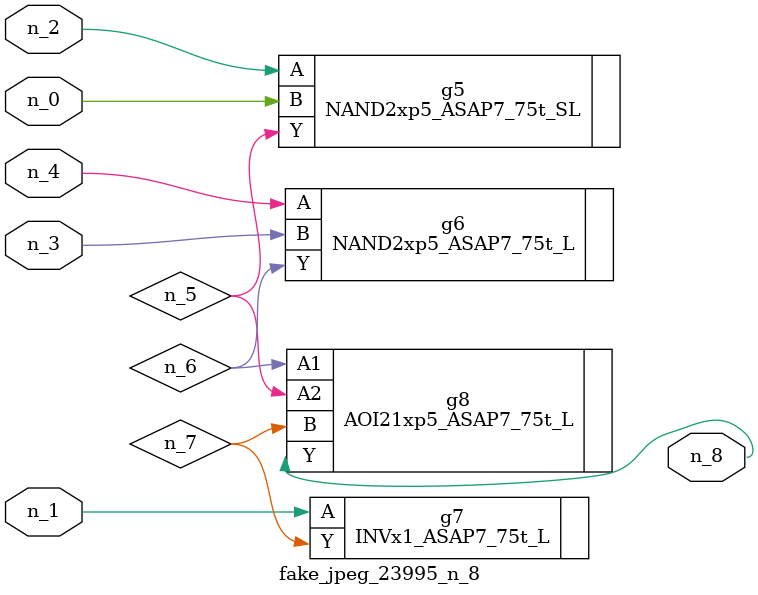
<source format=v>
module fake_jpeg_23995_n_8 (n_3, n_2, n_1, n_0, n_4, n_8);

input n_3;
input n_2;
input n_1;
input n_0;
input n_4;

output n_8;

wire n_6;
wire n_5;
wire n_7;

NAND2xp5_ASAP7_75t_SL g5 ( 
.A(n_2),
.B(n_0),
.Y(n_5)
);

NAND2xp5_ASAP7_75t_L g6 ( 
.A(n_4),
.B(n_3),
.Y(n_6)
);

INVx1_ASAP7_75t_L g7 ( 
.A(n_1),
.Y(n_7)
);

AOI21xp5_ASAP7_75t_L g8 ( 
.A1(n_6),
.A2(n_5),
.B(n_7),
.Y(n_8)
);


endmodule
</source>
